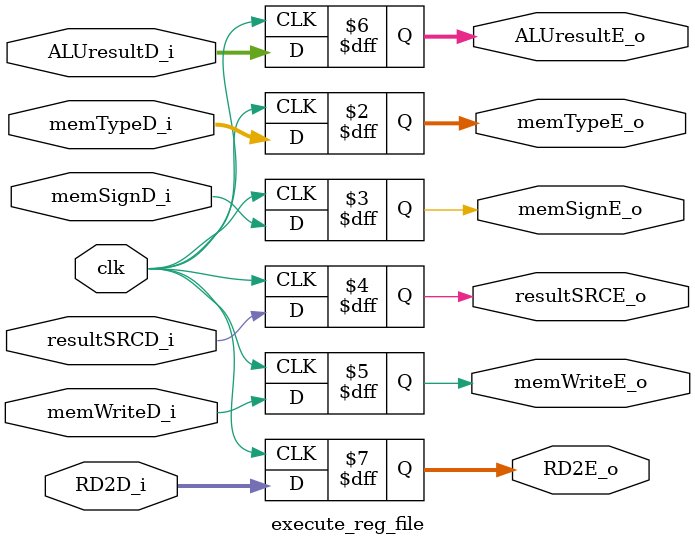
<source format=sv>
module execute_reg_file #(
    parameter DATA_WIDTH = 32
)(
    input logic                     clk,
    input logic                     resultSRCD_i,
    input logic                     memWriteD_i,
    input logic [1:0]               memTypeD_i,
    input logic                     memSignD_i,
  //input logic                     addrSelectD_i,
    input logic [DATA_WIDTH-1:0]    ALUresultD_i,
    input logic [DATA_WIDTH-1:0]    RD2D_i,

    output logic [1:0]              memTypeE_o,
    output logic                    memSignE_o,
    output logic                    resultSRCE_o,
    output logic                    memWriteE_o,
  // output logic                    addrSelectE_o,
    output logic [DATA_WIDTH-1:0]   ALUresultE_o,
    output logic [DATA_WIDTH-1:0]   RD2E_o
);

always_ff @(negedge clk) begin
    resultSRCE_o <= resultSRCD_i;
    memTypeE_o <= memTypeD_i;
    memSignE_o <= memSignD_i;
    memWriteE_o <= memWriteD_i;
    //   addrSelectE_o <= addrSelectD_i;
    ALUresultE_o <= ALUresultD_i;
    RD2E_o <= RD2D_i;
end

endmodule

</source>
